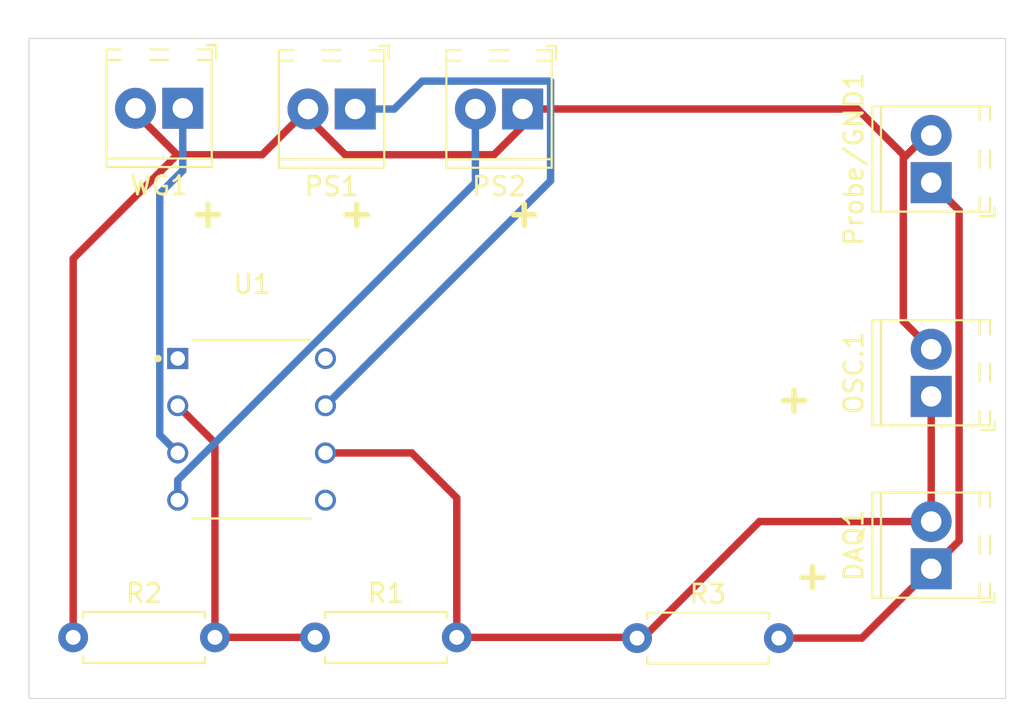
<source format=kicad_pcb>
(kicad_pcb (version 20240108) (generator "pcbnew") (generator_version "8.0")
  (layers (0 "F.Cu" signal) (31 "B.Cu" signal) (34 "B.Paste" user) (35 "F.Paste" user) (36 "B.SilkS" user "B.Silkscreen") (37 "F.SilkS" user "F.Silkscreen") (38 "B.Mask" user) (39 "F.Mask" user) (44 "Edge.Cuts" user))
  (net 0 "")
  (net 2 "Net-(U1--)")
  (net 5 "Net-(PS1-Pin_1)")
  (net 6 "Net-(PS2-Pin_2)")
  (net 7 "Net-(U1-+)")
  (net 8 "Net-(DAQ1-Pin_1)")
  (net 9 "Net-(DAQ1-Pin_2)")
  (net 10 "Net-(OSC.1-Pin_2)")
  (footprint "TerminalBlock_Phoenix:TerminalBlock_Phoenix_MPT-0,5-2-2.54_1x02_P2.54mm_Horizontal" (layer "F.Cu") (at 88 60.77 90)
    (property "Reference" "DAQ1" (at 1.27 -4.16 270) (layer "F.SilkS"))
    (property "Value" "Screw_Terminal_01x02")
    (fp_line (start 4.1 -3.16) (end 4.1 3.16) (stroke (width 0.12)) (layer "F.SilkS"))
    (fp_line (start -1.56 -3.16) (end 4.1 -3.16) (stroke (width 0.12)) (layer "F.SilkS"))
    (fp_line (start -1.56 -3.16) (end -1.56 3.16) (stroke (width 0.12)) (layer "F.SilkS"))
    (fp_line (start -1.56 -2.7) (end 4.1 -2.7) (stroke (width 0.12)) (layer "F.SilkS"))
    (fp_line (start 3.33 2.6) (end 4.1 2.6) (stroke (width 0.12)) (layer "F.SilkS"))
    (fp_line (start 0.79 2.6) (end 1.75 2.6) (stroke (width 0.12)) (layer "F.SilkS"))
    (fp_line (start -1.56 2.6) (end -0.79 2.6) (stroke (width 0.12)) (layer "F.SilkS"))
    (fp_line (start -1.8 2.66) (end -1.8 3.4) (stroke (width 0.12)) (layer "F.SilkS"))
    (fp_line (start 3.33 3.16) (end 4.1 3.16) (stroke (width 0.12)) (layer "F.SilkS"))
    (fp_line (start 0.79 3.16) (end 1.75 3.16) (stroke (width 0.12)) (layer "F.SilkS"))
    (fp_line (start -1.56 3.16) (end -0.79 3.16) (stroke (width 0.12)) (layer "F.SilkS"))
    (fp_line (start -1.8 3.4) (end -1.3 3.4) (stroke (width 0.12)) (layer "F.SilkS"))
    (pad "" np_thru_hole circle (at 0 2.54 90) (size 1.1 1.1) (drill 1.1) (layers "*.Cu" "*.Mask"))
    (pad "" np_thru_hole circle (at 2.54 2.54 90) (size 1.1 1.1) (drill 1.1) (layers "*.Cu" "*.Mask"))
    (pad "1" thru_hole rect (at 0 0 90) (size 2.2 2.2) (drill 1.1) (layers "*.Cu" "*.Mask") (net 8 "Net-(DAQ1-Pin_1)"))
    (pad "2" thru_hole circle (at 2.54 0 90) (size 2.2 2.2) (drill 1.1) (layers "*.Cu" "*.Mask") (net 9 "Net-(DAQ1-Pin_2)"))
  )
  (footprint "TerminalBlock_Phoenix:TerminalBlock_Phoenix_MPT-0,5-2-2.54_1x02_P2.54mm_Horizontal" (layer "F.Cu") (at 57.04 36.04 180)
    (property "Reference" "PS1" (at 1.27 -4.16 180) (layer "F.SilkS"))
    (property "Value" "Screw_Terminal_01x02")
    (fp_line (start 4.1 -3.16) (end 4.1 3.16) (stroke (width 0.12)) (layer "F.SilkS"))
    (fp_line (start 3.33 3.16) (end 4.1 3.16) (stroke (width 0.12)) (layer "F.SilkS"))
    (fp_line (start 3.33 2.6) (end 4.1 2.6) (stroke (width 0.12)) (layer "F.SilkS"))
    (fp_line (start 0.79 3.16) (end 1.75 3.16) (stroke (width 0.12)) (layer "F.SilkS"))
    (fp_line (start 0.79 2.6) (end 1.75 2.6) (stroke (width 0.12)) (layer "F.SilkS"))
    (fp_line (start -1.56 3.16) (end -0.79 3.16) (stroke (width 0.12)) (layer "F.SilkS"))
    (fp_line (start -1.56 2.6) (end -0.79 2.6) (stroke (width 0.12)) (layer "F.SilkS"))
    (fp_line (start -1.56 -2.7) (end 4.1 -2.7) (stroke (width 0.12)) (layer "F.SilkS"))
    (fp_line (start -1.56 -3.16) (end 4.1 -3.16) (stroke (width 0.12)) (layer "F.SilkS"))
    (fp_line (start -1.56 -3.16) (end -1.56 3.16) (stroke (width 0.12)) (layer "F.SilkS"))
    (fp_line (start -1.8 3.4) (end -1.3 3.4) (stroke (width 0.12)) (layer "F.SilkS"))
    (fp_line (start -1.8 2.66) (end -1.8 3.4) (stroke (width 0.12)) (layer "F.SilkS"))
    (pad "" np_thru_hole circle (at 0 2.54 180) (size 1.1 1.1) (drill 1.1) (layers "*.Cu" "*.Mask"))
    (pad "" np_thru_hole circle (at 2.54 2.54 180) (size 1.1 1.1) (drill 1.1) (layers "*.Cu" "*.Mask"))
    (pad "1" thru_hole rect (at 0 0 180) (size 2.2 2.2) (drill 1.1) (layers "*.Cu" "*.Mask") (net 5 "Net-(PS1-Pin_1)"))
    (pad "2" thru_hole circle (at 2.54 0 180) (size 2.2 2.2) (drill 1.1) (layers "*.Cu" "*.Mask") (net 10 "Net-(OSC.1-Pin_2)"))
  )
  (footprint "TerminalBlock_Phoenix:TerminalBlock_Phoenix_MPT-0,5-2-2.54_1x02_P2.54mm_Horizontal" (layer "F.Cu") (at 47.77 36 180)
    (property "Reference" "WG1" (at 1.27 -4.16 180) (layer "F.SilkS"))
    (property "Value" "Screw_Terminal_01x02")
    (fp_line (start 4.1 -3.16) (end 4.1 3.16) (stroke (width 0.12)) (layer "F.SilkS"))
    (fp_line (start 3.33 3.16) (end 4.1 3.16) (stroke (width 0.12)) (layer "F.SilkS"))
    (fp_line (start 3.33 2.6) (end 4.1 2.6) (stroke (width 0.12)) (layer "F.SilkS"))
    (fp_line (start 0.79 3.16) (end 1.75 3.16) (stroke (width 0.12)) (layer "F.SilkS"))
    (fp_line (start 0.79 2.6) (end 1.75 2.6) (stroke (width 0.12)) (layer "F.SilkS"))
    (fp_line (start -1.56 3.16) (end -0.79 3.16) (stroke (width 0.12)) (layer "F.SilkS"))
    (fp_line (start -1.56 2.6) (end -0.79 2.6) (stroke (width 0.12)) (layer "F.SilkS"))
    (fp_line (start -1.56 -2.7) (end 4.1 -2.7) (stroke (width 0.12)) (layer "F.SilkS"))
    (fp_line (start -1.56 -3.16) (end 4.1 -3.16) (stroke (width 0.12)) (layer "F.SilkS"))
    (fp_line (start -1.56 -3.16) (end -1.56 3.16) (stroke (width 0.12)) (layer "F.SilkS"))
    (fp_line (start -1.8 3.4) (end -1.3 3.4) (stroke (width 0.12)) (layer "F.SilkS"))
    (fp_line (start -1.8 2.66) (end -1.8 3.4) (stroke (width 0.12)) (layer "F.SilkS"))
    (pad "" np_thru_hole circle (at 0 2.54 180) (size 1.1 1.1) (drill 1.1) (layers "*.Cu" "*.Mask"))
    (pad "" np_thru_hole circle (at 2.54 2.54 180) (size 1.1 1.1) (drill 1.1) (layers "*.Cu" "*.Mask"))
    (pad "1" thru_hole rect (at 0 0 180) (size 2.2 2.2) (drill 1.1) (layers "*.Cu" "*.Mask") (net 7 "Net-(U1-+)"))
    (pad "2" thru_hole circle (at 2.54 0 180) (size 2.2 2.2) (drill 1.1) (layers "*.Cu" "*.Mask") (net 10 "Net-(OSC.1-Pin_2)"))
  )
  (footprint "TerminalBlock_Phoenix:TerminalBlock_Phoenix_MPT-0,5-2-2.54_1x02_P2.54mm_Horizontal" (layer "F.Cu") (at 66.04 36.04 180)
    (property "Reference" "PS2" (at 1.27 -4.16 180) (layer "F.SilkS"))
    (property "Value" "Screw_Terminal_01x02")
    (fp_line (start 4.1 -3.16) (end 4.1 3.16) (stroke (width 0.12)) (layer "F.SilkS"))
    (fp_line (start 3.33 3.16) (end 4.1 3.16) (stroke (width 0.12)) (layer "F.SilkS"))
    (fp_line (start 3.33 2.6) (end 4.1 2.6) (stroke (width 0.12)) (layer "F.SilkS"))
    (fp_line (start 0.79 3.16) (end 1.75 3.16) (stroke (width 0.12)) (layer "F.SilkS"))
    (fp_line (start 0.79 2.6) (end 1.75 2.6) (stroke (width 0.12)) (layer "F.SilkS"))
    (fp_line (start -1.56 3.16) (end -0.79 3.16) (stroke (width 0.12)) (layer "F.SilkS"))
    (fp_line (start -1.56 2.6) (end -0.79 2.6) (stroke (width 0.12)) (layer "F.SilkS"))
    (fp_line (start -1.56 -2.7) (end 4.1 -2.7) (stroke (width 0.12)) (layer "F.SilkS"))
    (fp_line (start -1.56 -3.16) (end 4.1 -3.16) (stroke (width 0.12)) (layer "F.SilkS"))
    (fp_line (start -1.56 -3.16) (end -1.56 3.16) (stroke (width 0.12)) (layer "F.SilkS"))
    (fp_line (start -1.8 3.4) (end -1.3 3.4) (stroke (width 0.12)) (layer "F.SilkS"))
    (fp_line (start -1.8 2.66) (end -1.8 3.4) (stroke (width 0.12)) (layer "F.SilkS"))
    (pad "" np_thru_hole circle (at 0 2.54 180) (size 1.1 1.1) (drill 1.1) (layers "*.Cu" "*.Mask"))
    (pad "" np_thru_hole circle (at 2.54 2.54 180) (size 1.1 1.1) (drill 1.1) (layers "*.Cu" "*.Mask"))
    (pad "1" thru_hole rect (at 0 0 180) (size 2.2 2.2) (drill 1.1) (layers "*.Cu" "*.Mask") (net 10 "Net-(OSC.1-Pin_2)"))
    (pad "2" thru_hole circle (at 2.54 0 180) (size 2.2 2.2) (drill 1.1) (layers "*.Cu" "*.Mask") (net 6 "Net-(PS2-Pin_2)"))
  )
  (footprint "TerminalBlock_Phoenix:TerminalBlock_Phoenix_MPT-0,5-2-2.54_1x02_P2.54mm_Horizontal" (layer "F.Cu") (at 88 51.5 90)
    (property "Reference" "OSC.1" (at 1.27 -4.16 270) (layer "F.SilkS"))
    (property "Value" "Screw_Terminal_01x02")
    (fp_line (start 4.1 -3.16) (end 4.1 3.16) (stroke (width 0.12)) (layer "F.SilkS"))
    (fp_line (start -1.56 -3.16) (end 4.1 -3.16) (stroke (width 0.12)) (layer "F.SilkS"))
    (fp_line (start -1.56 -3.16) (end -1.56 3.16) (stroke (width 0.12)) (layer "F.SilkS"))
    (fp_line (start -1.56 -2.7) (end 4.1 -2.7) (stroke (width 0.12)) (layer "F.SilkS"))
    (fp_line (start 3.33 2.6) (end 4.1 2.6) (stroke (width 0.12)) (layer "F.SilkS"))
    (fp_line (start 0.79 2.6) (end 1.75 2.6) (stroke (width 0.12)) (layer "F.SilkS"))
    (fp_line (start -1.56 2.6) (end -0.79 2.6) (stroke (width 0.12)) (layer "F.SilkS"))
    (fp_line (start -1.8 2.66) (end -1.8 3.4) (stroke (width 0.12)) (layer "F.SilkS"))
    (fp_line (start 3.33 3.16) (end 4.1 3.16) (stroke (width 0.12)) (layer "F.SilkS"))
    (fp_line (start 0.79 3.16) (end 1.75 3.16) (stroke (width 0.12)) (layer "F.SilkS"))
    (fp_line (start -1.56 3.16) (end -0.79 3.16) (stroke (width 0.12)) (layer "F.SilkS"))
    (fp_line (start -1.8 3.4) (end -1.3 3.4) (stroke (width 0.12)) (layer "F.SilkS"))
    (pad "" np_thru_hole circle (at 0 2.54 90) (size 1.1 1.1) (drill 1.1) (layers "*.Cu" "*.Mask"))
    (pad "" np_thru_hole circle (at 2.54 2.54 90) (size 1.1 1.1) (drill 1.1) (layers "*.Cu" "*.Mask"))
    (pad "1" thru_hole rect (at 0 0 90) (size 2.2 2.2) (drill 1.1) (layers "*.Cu" "*.Mask") (net 9 "Net-(DAQ1-Pin_2)"))
    (pad "2" thru_hole circle (at 2.54 0 90) (size 2.2 2.2) (drill 1.1) (layers "*.Cu" "*.Mask") (net 10 "Net-(OSC.1-Pin_2)"))
  )
  (footprint "Resistor_THT:R_Axial_DIN0207_L6.3mm_D2.5mm_P7.62mm_Horizontal" (layer "F.Cu") (at 54.88 64.46)
    (property "Reference" "R1" (at 3.81 -2.37 0) (layer "F.SilkS"))
    (property "Value" "5.1 ohms")
    (fp_line (start 0.54 -1.37) (end 7.08 -1.37) (stroke (width 0.12)) (layer "F.SilkS"))
    (fp_line (start 0.54 -1.04) (end 0.54 -1.37) (stroke (width 0.12)) (layer "F.SilkS"))
    (fp_line (start 0.54 1.04) (end 0.54 1.37) (stroke (width 0.12)) (layer "F.SilkS"))
    (fp_line (start 0.54 1.37) (end 7.08 1.37) (stroke (width 0.12)) (layer "F.SilkS"))
    (fp_line (start 7.08 -1.37) (end 7.08 -1.04) (stroke (width 0.12)) (layer "F.SilkS"))
    (fp_line (start 7.08 1.37) (end 7.08 1.04) (stroke (width 0.12)) (layer "F.SilkS"))
    (pad "1" thru_hole circle (at 0 0) (size 1.6 1.6) (drill 0.8) (layers "*.Cu" "*.Mask") (net 2 "Net-(U1--)"))
    (pad "2" thru_hole oval (at 7.62 0) (size 1.6 1.6) (drill 0.8) (layers "*.Cu" "*.Mask") (net 9 "Net-(DAQ1-Pin_2)"))
  )
  (footprint "Resistor_THT:R_Axial_DIN0207_L6.3mm_D2.5mm_P7.62mm_Horizontal" (layer "F.Cu") (at 72.19 64.5)
    (property "Reference" "R3" (at 3.81 -2.37 0) (layer "F.SilkS"))
    (property "Value" "x ohms")
    (fp_line (start 0.54 -1.37) (end 7.08 -1.37) (stroke (width 0.12)) (layer "F.SilkS"))
    (fp_line (start 0.54 -1.04) (end 0.54 -1.37) (stroke (width 0.12)) (layer "F.SilkS"))
    (fp_line (start 0.54 1.04) (end 0.54 1.37) (stroke (width 0.12)) (layer "F.SilkS"))
    (fp_line (start 0.54 1.37) (end 7.08 1.37) (stroke (width 0.12)) (layer "F.SilkS"))
    (fp_line (start 7.08 -1.37) (end 7.08 -1.04) (stroke (width 0.12)) (layer "F.SilkS"))
    (fp_line (start 7.08 1.37) (end 7.08 1.04) (stroke (width 0.12)) (layer "F.SilkS"))
    (pad "1" thru_hole circle (at 0 0) (size 1.6 1.6) (drill 0.8) (layers "*.Cu" "*.Mask") (net 9 "Net-(DAQ1-Pin_2)"))
    (pad "2" thru_hole oval (at 7.62 0) (size 1.6 1.6) (drill 0.8) (layers "*.Cu" "*.Mask") (net 8 "Net-(DAQ1-Pin_1)"))
  )
  (footprint "Resistor_THT:R_Axial_DIN0207_L6.3mm_D2.5mm_P7.62mm_Horizontal" (layer "F.Cu") (at 41.88 64.46)
    (property "Reference" "R2" (at 3.81 -2.37 0) (layer "F.SilkS"))
    (property "Value" "2 ohms")
    (fp_line (start 0.54 -1.37) (end 7.08 -1.37) (stroke (width 0.12)) (layer "F.SilkS"))
    (fp_line (start 0.54 -1.04) (end 0.54 -1.37) (stroke (width 0.12)) (layer "F.SilkS"))
    (fp_line (start 0.54 1.04) (end 0.54 1.37) (stroke (width 0.12)) (layer "F.SilkS"))
    (fp_line (start 0.54 1.37) (end 7.08 1.37) (stroke (width 0.12)) (layer "F.SilkS"))
    (fp_line (start 7.08 -1.37) (end 7.08 -1.04) (stroke (width 0.12)) (layer "F.SilkS"))
    (fp_line (start 7.08 1.37) (end 7.08 1.04) (stroke (width 0.12)) (layer "F.SilkS"))
    (pad "1" thru_hole circle (at 0 0) (size 1.6 1.6) (drill 0.8) (layers "*.Cu" "*.Mask") (net 10 "Net-(OSC.1-Pin_2)"))
    (pad "2" thru_hole oval (at 7.62 0) (size 1.6 1.6) (drill 0.8) (layers "*.Cu" "*.Mask") (net 2 "Net-(U1--)"))
  )
  (footprint "TerminalBlock_Phoenix:TerminalBlock_Phoenix_MPT-0,5-2-2.54_1x02_P2.54mm_Horizontal" (layer "F.Cu") (at 88 40 90)
    (property "Reference" "Probe/GND1" (at 1.27 -4.16 270) (layer "F.SilkS"))
    (property "Value" "Screw_Terminal_01x02")
    (fp_line (start 4.1 -3.16) (end 4.1 3.16) (stroke (width 0.12)) (layer "F.SilkS"))
    (fp_line (start -1.56 -3.16) (end 4.1 -3.16) (stroke (width 0.12)) (layer "F.SilkS"))
    (fp_line (start -1.56 -3.16) (end -1.56 3.16) (stroke (width 0.12)) (layer "F.SilkS"))
    (fp_line (start -1.56 -2.7) (end 4.1 -2.7) (stroke (width 0.12)) (layer "F.SilkS"))
    (fp_line (start 3.33 2.6) (end 4.1 2.6) (stroke (width 0.12)) (layer "F.SilkS"))
    (fp_line (start 0.79 2.6) (end 1.75 2.6) (stroke (width 0.12)) (layer "F.SilkS"))
    (fp_line (start -1.56 2.6) (end -0.79 2.6) (stroke (width 0.12)) (layer "F.SilkS"))
    (fp_line (start -1.8 2.66) (end -1.8 3.4) (stroke (width 0.12)) (layer "F.SilkS"))
    (fp_line (start 3.33 3.16) (end 4.1 3.16) (stroke (width 0.12)) (layer "F.SilkS"))
    (fp_line (start 0.79 3.16) (end 1.75 3.16) (stroke (width 0.12)) (layer "F.SilkS"))
    (fp_line (start -1.56 3.16) (end -0.79 3.16) (stroke (width 0.12)) (layer "F.SilkS"))
    (fp_line (start -1.8 3.4) (end -1.3 3.4) (stroke (width 0.12)) (layer "F.SilkS"))
    (pad "" np_thru_hole circle (at 0 2.54 90) (size 1.1 1.1) (drill 1.1) (layers "*.Cu" "*.Mask"))
    (pad "" np_thru_hole circle (at 2.54 2.54 90) (size 1.1 1.1) (drill 1.1) (layers "*.Cu" "*.Mask"))
    (pad "1" thru_hole rect (at 0 0 90) (size 2.2 2.2) (drill 1.1) (layers "*.Cu" "*.Mask") (net 8 "Net-(DAQ1-Pin_1)"))
    (pad "2" thru_hole circle (at 2.54 0 90) (size 2.2 2.2) (drill 1.1) (layers "*.Cu" "*.Mask") (net 10 "Net-(OSC.1-Pin_2)"))
  )
  (footprint "LM741CN_NOPB:DIP794W45P254L959H508Q8" (layer "F.Cu") (at 51.47 53.27)
    (property "Reference" "U1" (at 0.03 -7.81 0) (layer "F.SilkS"))
    (property "Value" "LM741")
    (fp_line (start -3.175 -4.795) (end 3.175 -4.795) (stroke (width 0.127)) (layer "F.SilkS"))
    (fp_line (start -3.175 4.795) (end 3.175 4.795) (stroke (width 0.127)) (layer "F.SilkS"))
    (fp_circle (center -5.035 -3.81) (end -4.935 -3.81) (stroke (width 0.2)) (fill none) (layer "F.SilkS"))
    (pad "1" thru_hole rect (at -3.97 -3.81) (size 1.13 1.13) (drill 0.78) (layers "*.Cu" "*.Mask"))
    (pad "2" thru_hole circle (at -3.97 -1.27) (size 1.13 1.13) (drill 0.78) (layers "*.Cu" "*.Mask") (net 2 "Net-(U1--)"))
    (pad "3" thru_hole circle (at -3.97 1.27) (size 1.13 1.13) (drill 0.78) (layers "*.Cu" "*.Mask") (net 7 "Net-(U1-+)"))
    (pad "4" thru_hole circle (at -3.97 3.81) (size 1.13 1.13) (drill 0.78) (layers "*.Cu" "*.Mask") (net 6 "Net-(PS2-Pin_2)"))
    (pad "5" thru_hole circle (at 3.97 3.81) (size 1.13 1.13) (drill 0.78) (layers "*.Cu" "*.Mask"))
    (pad "6" thru_hole circle (at 3.97 1.27) (size 1.13 1.13) (drill 0.78) (layers "*.Cu" "*.Mask") (net 9 "Net-(DAQ1-Pin_2)"))
    (pad "7" thru_hole circle (at 3.97 -1.27) (size 1.13 1.13) (drill 0.78) (layers "*.Cu" "*.Mask") (net 5 "Net-(PS1-Pin_1)"))
    (pad "8" thru_hole circle (at 3.97 -3.81) (size 1.13 1.13) (drill 0.78) (layers "*.Cu" "*.Mask"))
  )
  (gr_rect (start 39.5 32.25) (end 92 67.75) (stroke (width 0.05)) (fill none) (layer "Edge.Cuts"))
  (gr_text "+" (at 56 42.5 0) (layer "F.SilkS") (effects (font (size 1.5 1.5) (thickness 0.3) (bold yes)) (justify left bottom)))
  (gr_text "+" (at 65 42.5 0) (layer "F.SilkS") (effects (font (size 1.5 1.5) (thickness 0.3) (bold yes)) (justify left bottom)))
  (gr_text "+" (at 79.5 52.5 0) (layer "F.SilkS") (effects (font (size 1.5 1.5) (thickness 0.3) (bold yes)) (justify left bottom)))
  (gr_text "+" (at 48 42.5 0) (layer "F.SilkS") (effects (font (size 1.5 1.5) (thickness 0.3) (bold yes)) (justify left bottom)))
  (gr_text "+" (at 80.5 62 0) (layer "F.SilkS") (effects (font (size 1.5 1.5) (thickness 0.3) (bold yes)) (justify left bottom)))
  (segment (start 49.5 64.46) (end 54.88 64.46) (width 0.4) (layer "F.Cu") (net 2))
  (segment (start 49.5 54) (end 49.5 64.46) (width 0.4) (layer "F.Cu") (net 2))
  (segment (start 47.5 52) (end 49.5 54) (width 0.4) (layer "F.Cu") (net 2))
  (segment (start 67.54 39.9) (end 67.54 34.54) (width 0.4) (layer "B.Cu") (net 5))
  (segment (start 67.54 34.54) (end 60.64 34.54) (width 0.4) (layer "B.Cu") (net 5))
  (segment (start 55.44 52) (end 67.54 39.9) (width 0.4) (layer "B.Cu") (net 5))
  (segment (start 59.14 36.04) (end 57.04 36.04) (width 0.4) (layer "B.Cu") (net 5))
  (segment (start 60.64 34.54) (end 59.14 36.04) (width 0.4) (layer "B.Cu") (net 5))
  (segment (start 63.5 36.04) (end 63.5 40) (width 0.4) (layer "B.Cu") (net 6))
  (segment (start 63.5 40) (end 47.5 56) (width 0.4) (layer "B.Cu") (net 6))
  (segment (start 47.5 56) (end 47.5 57.08) (width 0.4) (layer "B.Cu") (net 6))
  (segment (start 47.42 54.46) (end 47.5 54.54) (width 0.2) (layer "F.Cu") (net 7))
  (segment (start 46.535 40.585) (end 46.535 53.575) (width 0.4) (layer "B.Cu") (net 7))
  (segment (start 47.77 36) (end 47.77 39.35) (width 0.4) (layer "B.Cu") (net 7))
  (segment (start 47.77 39.35) (end 46.535 40.585) (width 0.4) (layer "B.Cu") (net 7))
  (segment (start 46.535 53.575) (end 47.5 54.54) (width 0.4) (layer "B.Cu") (net 7))
  (segment (start 89.5 41.5) (end 88 40) (width 0.4) (layer "F.Cu") (net 8))
  (segment (start 79.81 64.5) (end 84.27 64.5) (width 0.4) (layer "F.Cu") (net 8))
  (segment (start 89.5 59.27) (end 89.5 41.5) (width 0.4) (layer "F.Cu") (net 8))
  (segment (start 84.27 64.5) (end 88 60.77) (width 0.4) (layer "F.Cu") (net 8))
  (segment (start 88 60.77) (end 89.5 59.27) (width 0.4) (layer "F.Cu") (net 8))
  (segment (start 62.5 56.96) (end 62.5 64.46) (width 0.4) (layer "F.Cu") (net 9))
  (segment (start 72.15 64.46) (end 72.19 64.5) (width 0.4) (layer "F.Cu") (net 9))
  (segment (start 88 58.23) (end 88 51.5) (width 0.4) (layer "F.Cu") (net 9))
  (segment (start 62.5 64.46) (end 72.15 64.46) (width 0.4) (layer "F.Cu") (net 9))
  (segment (start 78.77 58.23) (end 88 58.23) (width 0.4) (layer "F.Cu") (net 9))
  (segment (start 72.5 64.5) (end 78.77 58.23) (width 0.4) (layer "F.Cu") (net 9))
  (segment (start 60.08 54.54) (end 62.5 56.96) (width 0.4) (layer "F.Cu") (net 9))
  (segment (start 72.19 64.5) (end 72.5 64.5) (width 0.4) (layer "F.Cu") (net 9))
  (segment (start 55.44 54.54) (end 60.08 54.54) (width 0.4) (layer "F.Cu") (net 9))
  (segment (start 52.04 38.5) (end 54.5 36.04) (width 0.4) (layer "F.Cu") (net 10))
  (segment (start 86.5 38.5) (end 86.5 47.46) (width 0.4) (layer "F.Cu") (net 10))
  (segment (start 87.74 37.46) (end 88 37.46) (width 0.2) (layer "F.Cu") (net 10))
  (segment (start 66.04 36.04) (end 84.04 36.04) (width 0.4) (layer "F.Cu") (net 10))
  (segment (start 86.6 38.6) (end 87.74 37.46) (width 0.4) (layer "F.Cu") (net 10))
  (segment (start 66.04 36.96) (end 66.04 36.04) (width 0.4) (layer "F.Cu") (net 10))
  (segment (start 45.23 36.26) (end 47.47 38.5) (width 0.4) (layer "F.Cu") (net 10))
  (segment (start 86.5 47.46) (end 88 48.96) (width 0.4) (layer "F.Cu") (net 10))
  (segment (start 47.47 38.5) (end 52.04 38.5) (width 0.4) (layer "F.Cu") (net 10))
  (segment (start 41.88 44.09) (end 41.88 64.46) (width 0.4) (layer "F.Cu") (net 10))
  (segment (start 45.23 36) (end 45.23 36.26) (width 0.2) (layer "F.Cu") (net 10))
  (segment (start 47.47 38.5) (end 41.88 44.09) (width 0.4) (layer "F.Cu") (net 10))
  (segment (start 54.5 36.04) (end 54.5 36.5) (width 0.4) (layer "F.Cu") (net 10))
  (segment (start 56.5 38.5) (end 64.5 38.5) (width 0.4) (layer "F.Cu") (net 10))
  (segment (start 54.5 36.5) (end 56.5 38.5) (width 0.4) (layer "F.Cu") (net 10))
  (segment (start 84.04 36.04) (end 86.5 38.5) (width 0.4) (layer "F.Cu") (net 10))
  (segment (start 64.5 38.5) (end 66.04 36.96) (width 0.4) (layer "F.Cu") (net 10))
  (segment (start 86.5 38.5) (end 86.6 38.6) (width 0.4) (layer "F.Cu") (net 10))
)
</source>
